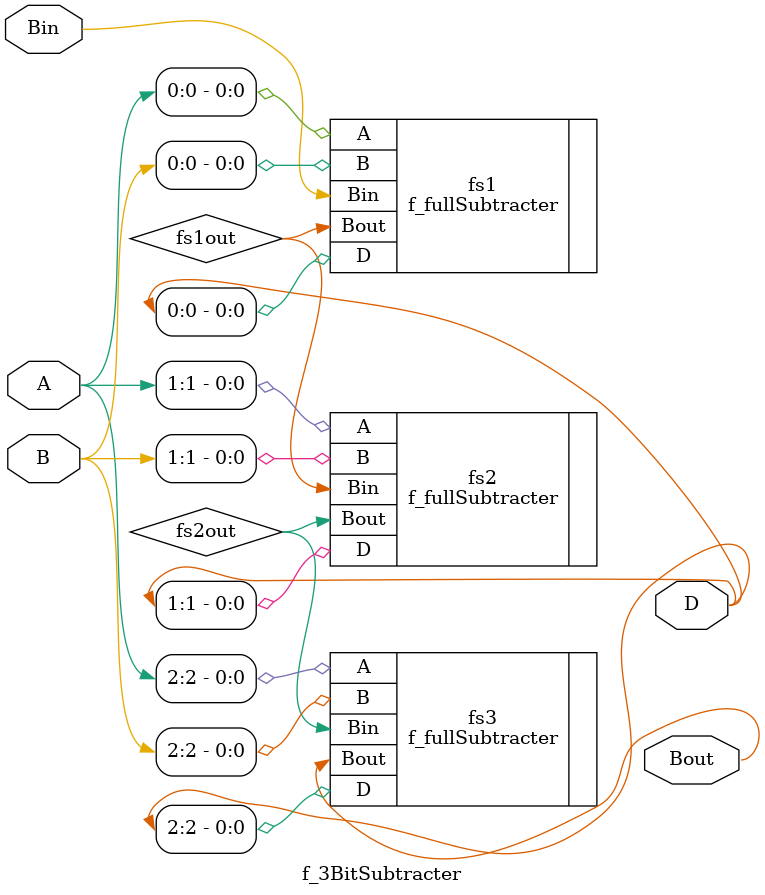
<source format=v>
`timescale 1ns / 1ps


module f_3BitSubtracter(
    input[2:0] A,
    input[2:0] B,
    input Bin,
    output[2:0] D,
    output Bout
    );
    
    wire fs1out, fs2out;    // fs1out ---> fs2in fs2out ---> fs3in
    
    f_fullSubtracter fs1(.A(A[0]), .B(B[0]), .Bin(Bin), .D(D[0]), .Bout(fs1out));
    f_fullSubtracter fs2(.A(A[1]), .B(B[1]), .Bin(fs1out), .D(D[1]), .Bout(fs2out));
    f_fullSubtracter fs3(.A(A[2]), .B(B[2]), .Bin(fs2out), .D(D[2]), .Bout(Bout));
endmodule

</source>
